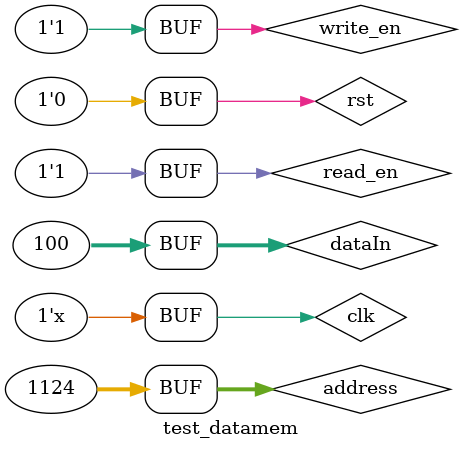
<source format=v>
`timescale 1ns/1ns
module test_datamem();


reg clk=0;
reg rst=0;
reg[31:0]address=0;
reg [31:0] dataIn=0;
reg write_en=0;
reg read_en=0;
wire [31:0]mem_out;

data_memory u1(
  					clk,
					rst,
					address,
					dataIn,
					write_en,
					read_en,
					mem_out
					);
always #50 clk = ~ clk;
initial begin

rst = 1;
#100;
rst=0;
#100;
address = 32'd1124;
dataIn = 32'd100;
write_en=1;
#500;
read_en=1;
#500;
end

endmodule
</source>
